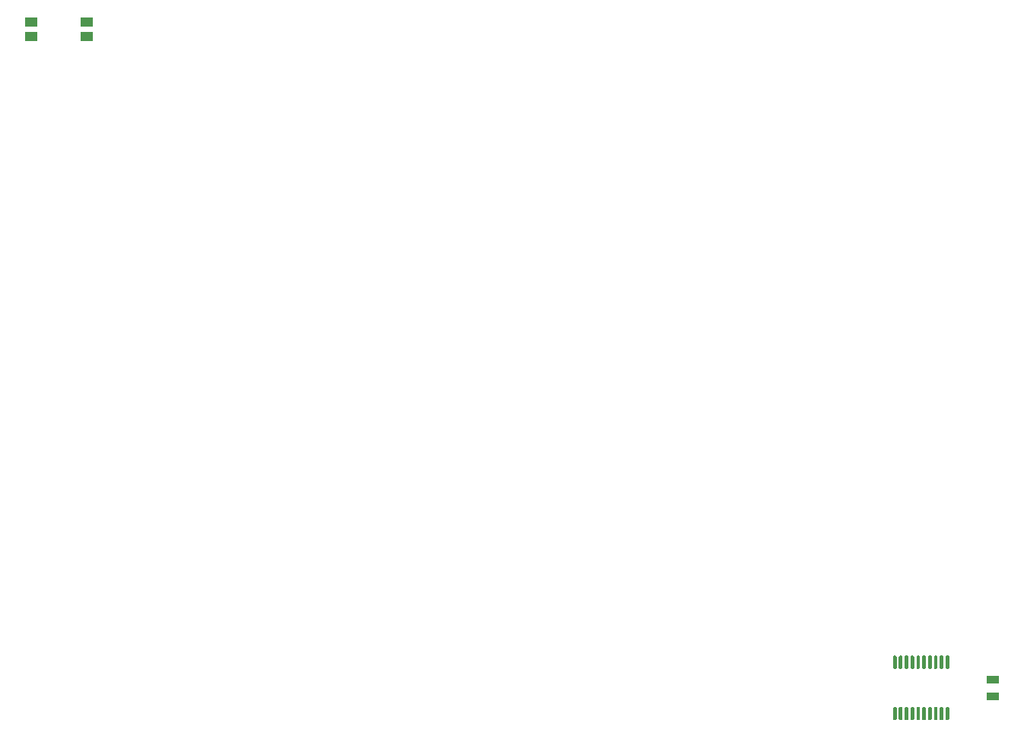
<source format=gbr>
G04 #@! TF.GenerationSoftware,KiCad,Pcbnew,(5.1.6-0-10_14)*
G04 #@! TF.CreationDate,2020-09-15T14:07:27+02:00*
G04 #@! TF.ProjectId,PM Artnet LED DMX,504d2041-7274-46e6-9574-204c45442044,rev?*
G04 #@! TF.SameCoordinates,Original*
G04 #@! TF.FileFunction,Paste,Top*
G04 #@! TF.FilePolarity,Positive*
%FSLAX46Y46*%
G04 Gerber Fmt 4.6, Leading zero omitted, Abs format (unit mm)*
G04 Created by KiCad (PCBNEW (5.1.6-0-10_14)) date 2020-09-15 14:07:27*
%MOMM*%
%LPD*%
G01*
G04 APERTURE LIST*
%ADD10R,1.450000X0.900000*%
%ADD11R,1.470000X1.020000*%
G04 APERTURE END LIST*
D10*
X157861000Y-118745000D03*
X157861000Y-116845000D03*
G36*
G01*
X152685000Y-119912500D02*
X152885000Y-119912500D01*
G75*
G02*
X152985000Y-120012500I0J-100000D01*
G01*
X152985000Y-121287500D01*
G75*
G02*
X152885000Y-121387500I-100000J0D01*
G01*
X152685000Y-121387500D01*
G75*
G02*
X152585000Y-121287500I0J100000D01*
G01*
X152585000Y-120012500D01*
G75*
G02*
X152685000Y-119912500I100000J0D01*
G01*
G37*
G36*
G01*
X152035000Y-119912500D02*
X152235000Y-119912500D01*
G75*
G02*
X152335000Y-120012500I0J-100000D01*
G01*
X152335000Y-121287500D01*
G75*
G02*
X152235000Y-121387500I-100000J0D01*
G01*
X152035000Y-121387500D01*
G75*
G02*
X151935000Y-121287500I0J100000D01*
G01*
X151935000Y-120012500D01*
G75*
G02*
X152035000Y-119912500I100000J0D01*
G01*
G37*
G36*
G01*
X151385000Y-119912500D02*
X151585000Y-119912500D01*
G75*
G02*
X151685000Y-120012500I0J-100000D01*
G01*
X151685000Y-121287500D01*
G75*
G02*
X151585000Y-121387500I-100000J0D01*
G01*
X151385000Y-121387500D01*
G75*
G02*
X151285000Y-121287500I0J100000D01*
G01*
X151285000Y-120012500D01*
G75*
G02*
X151385000Y-119912500I100000J0D01*
G01*
G37*
G36*
G01*
X150735000Y-119912500D02*
X150935000Y-119912500D01*
G75*
G02*
X151035000Y-120012500I0J-100000D01*
G01*
X151035000Y-121287500D01*
G75*
G02*
X150935000Y-121387500I-100000J0D01*
G01*
X150735000Y-121387500D01*
G75*
G02*
X150635000Y-121287500I0J100000D01*
G01*
X150635000Y-120012500D01*
G75*
G02*
X150735000Y-119912500I100000J0D01*
G01*
G37*
G36*
G01*
X150085000Y-119912500D02*
X150285000Y-119912500D01*
G75*
G02*
X150385000Y-120012500I0J-100000D01*
G01*
X150385000Y-121287500D01*
G75*
G02*
X150285000Y-121387500I-100000J0D01*
G01*
X150085000Y-121387500D01*
G75*
G02*
X149985000Y-121287500I0J100000D01*
G01*
X149985000Y-120012500D01*
G75*
G02*
X150085000Y-119912500I100000J0D01*
G01*
G37*
G36*
G01*
X149435000Y-119912500D02*
X149635000Y-119912500D01*
G75*
G02*
X149735000Y-120012500I0J-100000D01*
G01*
X149735000Y-121287500D01*
G75*
G02*
X149635000Y-121387500I-100000J0D01*
G01*
X149435000Y-121387500D01*
G75*
G02*
X149335000Y-121287500I0J100000D01*
G01*
X149335000Y-120012500D01*
G75*
G02*
X149435000Y-119912500I100000J0D01*
G01*
G37*
G36*
G01*
X148785000Y-119912500D02*
X148985000Y-119912500D01*
G75*
G02*
X149085000Y-120012500I0J-100000D01*
G01*
X149085000Y-121287500D01*
G75*
G02*
X148985000Y-121387500I-100000J0D01*
G01*
X148785000Y-121387500D01*
G75*
G02*
X148685000Y-121287500I0J100000D01*
G01*
X148685000Y-120012500D01*
G75*
G02*
X148785000Y-119912500I100000J0D01*
G01*
G37*
G36*
G01*
X148135000Y-119912500D02*
X148335000Y-119912500D01*
G75*
G02*
X148435000Y-120012500I0J-100000D01*
G01*
X148435000Y-121287500D01*
G75*
G02*
X148335000Y-121387500I-100000J0D01*
G01*
X148135000Y-121387500D01*
G75*
G02*
X148035000Y-121287500I0J100000D01*
G01*
X148035000Y-120012500D01*
G75*
G02*
X148135000Y-119912500I100000J0D01*
G01*
G37*
G36*
G01*
X147485000Y-119912500D02*
X147685000Y-119912500D01*
G75*
G02*
X147785000Y-120012500I0J-100000D01*
G01*
X147785000Y-121287500D01*
G75*
G02*
X147685000Y-121387500I-100000J0D01*
G01*
X147485000Y-121387500D01*
G75*
G02*
X147385000Y-121287500I0J100000D01*
G01*
X147385000Y-120012500D01*
G75*
G02*
X147485000Y-119912500I100000J0D01*
G01*
G37*
G36*
G01*
X146835000Y-119912500D02*
X147035000Y-119912500D01*
G75*
G02*
X147135000Y-120012500I0J-100000D01*
G01*
X147135000Y-121287500D01*
G75*
G02*
X147035000Y-121387500I-100000J0D01*
G01*
X146835000Y-121387500D01*
G75*
G02*
X146735000Y-121287500I0J100000D01*
G01*
X146735000Y-120012500D01*
G75*
G02*
X146835000Y-119912500I100000J0D01*
G01*
G37*
G36*
G01*
X146835000Y-114187500D02*
X147035000Y-114187500D01*
G75*
G02*
X147135000Y-114287500I0J-100000D01*
G01*
X147135000Y-115562500D01*
G75*
G02*
X147035000Y-115662500I-100000J0D01*
G01*
X146835000Y-115662500D01*
G75*
G02*
X146735000Y-115562500I0J100000D01*
G01*
X146735000Y-114287500D01*
G75*
G02*
X146835000Y-114187500I100000J0D01*
G01*
G37*
G36*
G01*
X147485000Y-114187500D02*
X147685000Y-114187500D01*
G75*
G02*
X147785000Y-114287500I0J-100000D01*
G01*
X147785000Y-115562500D01*
G75*
G02*
X147685000Y-115662500I-100000J0D01*
G01*
X147485000Y-115662500D01*
G75*
G02*
X147385000Y-115562500I0J100000D01*
G01*
X147385000Y-114287500D01*
G75*
G02*
X147485000Y-114187500I100000J0D01*
G01*
G37*
G36*
G01*
X148135000Y-114187500D02*
X148335000Y-114187500D01*
G75*
G02*
X148435000Y-114287500I0J-100000D01*
G01*
X148435000Y-115562500D01*
G75*
G02*
X148335000Y-115662500I-100000J0D01*
G01*
X148135000Y-115662500D01*
G75*
G02*
X148035000Y-115562500I0J100000D01*
G01*
X148035000Y-114287500D01*
G75*
G02*
X148135000Y-114187500I100000J0D01*
G01*
G37*
G36*
G01*
X148785000Y-114187500D02*
X148985000Y-114187500D01*
G75*
G02*
X149085000Y-114287500I0J-100000D01*
G01*
X149085000Y-115562500D01*
G75*
G02*
X148985000Y-115662500I-100000J0D01*
G01*
X148785000Y-115662500D01*
G75*
G02*
X148685000Y-115562500I0J100000D01*
G01*
X148685000Y-114287500D01*
G75*
G02*
X148785000Y-114187500I100000J0D01*
G01*
G37*
G36*
G01*
X149435000Y-114187500D02*
X149635000Y-114187500D01*
G75*
G02*
X149735000Y-114287500I0J-100000D01*
G01*
X149735000Y-115562500D01*
G75*
G02*
X149635000Y-115662500I-100000J0D01*
G01*
X149435000Y-115662500D01*
G75*
G02*
X149335000Y-115562500I0J100000D01*
G01*
X149335000Y-114287500D01*
G75*
G02*
X149435000Y-114187500I100000J0D01*
G01*
G37*
G36*
G01*
X150085000Y-114187500D02*
X150285000Y-114187500D01*
G75*
G02*
X150385000Y-114287500I0J-100000D01*
G01*
X150385000Y-115562500D01*
G75*
G02*
X150285000Y-115662500I-100000J0D01*
G01*
X150085000Y-115662500D01*
G75*
G02*
X149985000Y-115562500I0J100000D01*
G01*
X149985000Y-114287500D01*
G75*
G02*
X150085000Y-114187500I100000J0D01*
G01*
G37*
G36*
G01*
X150735000Y-114187500D02*
X150935000Y-114187500D01*
G75*
G02*
X151035000Y-114287500I0J-100000D01*
G01*
X151035000Y-115562500D01*
G75*
G02*
X150935000Y-115662500I-100000J0D01*
G01*
X150735000Y-115662500D01*
G75*
G02*
X150635000Y-115562500I0J100000D01*
G01*
X150635000Y-114287500D01*
G75*
G02*
X150735000Y-114187500I100000J0D01*
G01*
G37*
G36*
G01*
X151385000Y-114187500D02*
X151585000Y-114187500D01*
G75*
G02*
X151685000Y-114287500I0J-100000D01*
G01*
X151685000Y-115562500D01*
G75*
G02*
X151585000Y-115662500I-100000J0D01*
G01*
X151385000Y-115662500D01*
G75*
G02*
X151285000Y-115562500I0J100000D01*
G01*
X151285000Y-114287500D01*
G75*
G02*
X151385000Y-114187500I100000J0D01*
G01*
G37*
G36*
G01*
X152035000Y-114187500D02*
X152235000Y-114187500D01*
G75*
G02*
X152335000Y-114287500I0J-100000D01*
G01*
X152335000Y-115562500D01*
G75*
G02*
X152235000Y-115662500I-100000J0D01*
G01*
X152035000Y-115662500D01*
G75*
G02*
X151935000Y-115562500I0J100000D01*
G01*
X151935000Y-114287500D01*
G75*
G02*
X152035000Y-114187500I100000J0D01*
G01*
G37*
G36*
G01*
X152685000Y-114187500D02*
X152885000Y-114187500D01*
G75*
G02*
X152985000Y-114287500I0J-100000D01*
G01*
X152985000Y-115562500D01*
G75*
G02*
X152885000Y-115662500I-100000J0D01*
G01*
X152685000Y-115662500D01*
G75*
G02*
X152585000Y-115562500I0J100000D01*
G01*
X152585000Y-114287500D01*
G75*
G02*
X152685000Y-114187500I100000J0D01*
G01*
G37*
D11*
X57023000Y-43650000D03*
X57023000Y-45250000D03*
X50800000Y-45250000D03*
X50800000Y-43650000D03*
M02*

</source>
